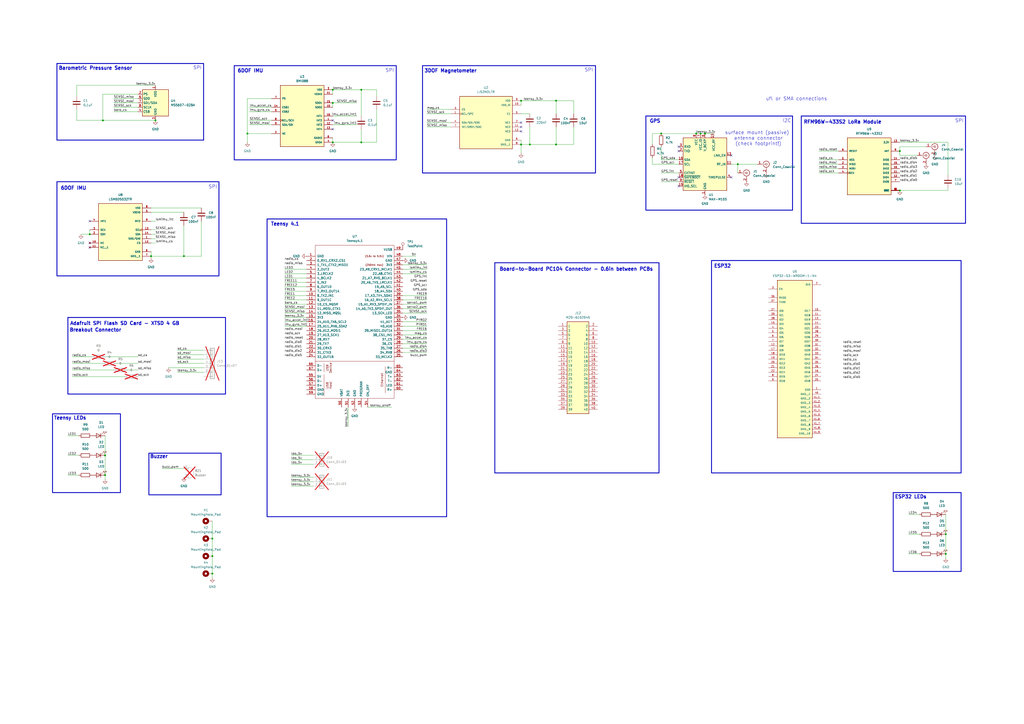
<source format=kicad_sch>
(kicad_sch (version 20231120) (generator "eeschema") (generator_version "8.0")
  (paper "A2")
  (junction (at 193.04 59.69))
  (junction (at 106.68 148.59))
  (junction (at 427.99 95.25))
  (junction (at 548.64 309.88))
  (junction (at 193.04 52.07))
  (junction (at 403.86 77.47))
  (junction (at 383.54 77.47))
  (junction (at 52.07 135.89))
  (junction (at 307.34 83.82))
  (junction (at 322.58 83.82))
  (junction (at 406.4 77.47))
  (junction (at 322.58 58.42))
  (junction (at 209.55 82.55))
  (junction (at 193.04 82.55))
  (junction (at 143.51 77.47))
  (junction (at 123.19 332.74))
  (junction (at 60.96 275.59))
  (junction (at 123.19 312.42))
  (junction (at 209.55 52.07))
  (junction (at 408.94 77.47))
  (junction (at 521.97 110.49))
  (junction (at 302.26 58.42))
  (junction (at 60.96 264.16))
  (junction (at 123.19 322.58))
  (junction (at 302.26 83.82))
  (junction (at 548.64 321.31))
  (junction (at 521.97 87.63))
  (junction (at 90.17 69.85))
  (junction (at 59.69 69.85))
  (junction (at 87.63 148.59))
  (no_connect (at 52.07 128.27))
  (no_connect (at 193.04 74.93))
  (no_connect (at 52.07 143.51))
  (no_connect (at 424.18 102.87))
  (no_connect (at 193.04 69.85))
  (no_connect (at 393.7 85.09))
  (no_connect (at 302.26 76.2))
  (no_connect (at 393.7 87.63))
  (no_connect (at 424.18 90.17))
  (no_connect (at 393.7 102.87))
  (no_connect (at 302.26 73.66))
  (no_connect (at 393.7 107.95))
  (no_connect (at 52.07 140.97))
  (no_connect (at 302.26 71.12))
  (wire (pts (xy 322.58 58.42) (xy 302.26 58.42)))
  (wire (pts (xy 427.99 95.25) (xy 427.99 100.33)))
  (wire (pts (xy 102.87 210.82) (xy 118.11 210.82)))
  (wire (pts (xy 165.1 176.53) (xy 177.8 176.53)))
  (wire (pts (xy 193.04 59.69) (xy 193.04 62.23)))
  (wire (pts (xy 168.91 276.86) (xy 181.61 276.86)))
  (wire (pts (xy 106.68 148.59) (xy 87.63 148.59)))
  (wire (pts (xy 233.68 156.21) (xy 247.65 156.21)))
  (wire (pts (xy 66.04 62.23) (xy 80.01 62.23)))
  (wire (pts (xy 165.1 166.37) (xy 177.8 166.37)))
  (wire (pts (xy 527.05 321.31) (xy 533.4 321.31)))
  (wire (pts (xy 233.68 173.99) (xy 247.65 173.99)))
  (wire (pts (xy 165.1 168.91) (xy 177.8 168.91)))
  (wire (pts (xy 93.98 271.78) (xy 106.68 271.78)))
  (wire (pts (xy 201.93 236.22) (xy 201.93 247.65)))
  (wire (pts (xy 521.97 82.55) (xy 549.91 82.55)))
  (wire (pts (xy 247.65 196.85) (xy 233.68 196.85)))
  (wire (pts (xy 521.97 87.63) (xy 521.97 90.17)))
  (wire (pts (xy 168.91 264.16) (xy 181.61 264.16)))
  (wire (pts (xy 233.68 176.53) (xy 247.65 176.53)))
  (wire (pts (xy 527.05 298.45) (xy 533.4 298.45)))
  (wire (pts (xy 41.91 210.82) (xy 59.69 210.82)))
  (wire (pts (xy 144.78 72.39) (xy 157.48 72.39)))
  (wire (pts (xy 193.04 80.01) (xy 193.04 82.55)))
  (wire (pts (xy 383.54 105.41) (xy 393.7 105.41)))
  (wire (pts (xy 233.68 186.69) (xy 247.65 186.69)))
  (wire (pts (xy 403.86 77.47) (xy 406.4 77.47)))
  (wire (pts (xy 59.69 54.61) (xy 59.69 69.85)))
  (wire (pts (xy 87.63 120.65) (xy 116.84 120.65)))
  (wire (pts (xy 165.1 163.83) (xy 177.8 163.83)))
  (wire (pts (xy 378.46 95.25) (xy 393.7 95.25)))
  (wire (pts (xy 233.68 171.45) (xy 247.65 171.45)))
  (wire (pts (xy 44.45 69.85) (xy 59.69 69.85)))
  (wire (pts (xy 474.98 92.71) (xy 486.41 92.71)))
  (wire (pts (xy 87.63 149.86) (xy 87.63 148.59)))
  (wire (pts (xy 44.45 49.53) (xy 90.17 49.53)))
  (wire (pts (xy 383.54 85.09) (xy 383.54 92.71)))
  (wire (pts (xy 39.37 252.73) (xy 45.72 252.73)))
  (wire (pts (xy 378.46 83.82) (xy 378.46 77.47)))
  (wire (pts (xy 193.04 52.07) (xy 209.55 52.07)))
  (wire (pts (xy 247.65 63.5) (xy 261.62 63.5)))
  (wire (pts (xy 474.98 95.25) (xy 486.41 95.25)))
  (wire (pts (xy 143.51 82.55) (xy 143.51 77.47)))
  (wire (pts (xy 207.01 59.69) (xy 193.04 59.69)))
  (wire (pts (xy 383.54 92.71) (xy 393.7 92.71)))
  (wire (pts (xy 44.45 69.85) (xy 44.45 63.5)))
  (wire (pts (xy 307.34 73.66) (xy 307.34 83.82)))
  (wire (pts (xy 549.91 109.22) (xy 549.91 110.49)))
  (wire (pts (xy 247.65 66.04) (xy 261.62 66.04)))
  (wire (pts (xy 247.65 73.66) (xy 261.62 73.66)))
  (wire (pts (xy 406.4 77.47) (xy 408.94 77.47)))
  (wire (pts (xy 168.91 266.7) (xy 181.61 266.7)))
  (wire (pts (xy 143.51 77.47) (xy 157.48 77.47)))
  (wire (pts (xy 378.46 77.47) (xy 383.54 77.47)))
  (wire (pts (xy 424.18 95.25) (xy 427.99 95.25)))
  (wire (pts (xy 144.78 69.85) (xy 157.48 69.85)))
  (wire (pts (xy 41.91 207.01) (xy 53.34 207.01)))
  (wire (pts (xy 168.91 269.24) (xy 181.61 269.24)))
  (wire (pts (xy 209.55 52.07) (xy 209.55 67.31)))
  (wire (pts (xy 165.1 161.29) (xy 177.8 161.29)))
  (wire (pts (xy 87.63 138.43) (xy 90.17 138.43)))
  (wire (pts (xy 39.37 264.16) (xy 45.72 264.16)))
  (wire (pts (xy 144.78 62.23) (xy 157.48 62.23)))
  (wire (pts (xy 218.44 82.55) (xy 209.55 82.55)))
  (wire (pts (xy 44.45 49.53) (xy 44.45 55.88)))
  (wire (pts (xy 143.51 57.15) (xy 143.51 77.47)))
  (wire (pts (xy 165.1 171.45) (xy 177.8 171.45)))
  (wire (pts (xy 213.36 236.22) (xy 227.33 236.22)))
  (wire (pts (xy 218.44 52.07) (xy 218.44 55.88)))
  (wire (pts (xy 87.63 128.27) (xy 90.17 128.27)))
  (wire (pts (xy 87.63 146.05) (xy 87.63 148.59)))
  (wire (pts (xy 60.96 207.01) (xy 80.01 207.01)))
  (wire (pts (xy 383.54 100.33) (xy 393.7 100.33)))
  (wire (pts (xy 307.34 83.82) (xy 302.26 83.82)))
  (wire (pts (xy 41.91 214.63) (xy 66.04 214.63)))
  (wire (pts (xy 52.07 133.35) (xy 52.07 135.89)))
  (wire (pts (xy 233.68 158.75) (xy 247.65 158.75)))
  (wire (pts (xy 233.68 191.77) (xy 247.65 191.77)))
  (wire (pts (xy 165.1 189.23) (xy 177.8 189.23)))
  (wire (pts (xy 302.26 66.04) (xy 307.34 66.04)))
  (wire (pts (xy 165.1 173.99) (xy 177.8 173.99)))
  (wire (pts (xy 87.63 123.19) (xy 106.68 123.19)))
  (wire (pts (xy 123.19 322.58) (xy 123.19 332.74)))
  (wire (pts (xy 233.68 153.67) (xy 247.65 153.67)))
  (wire (pts (xy 521.97 85.09) (xy 537.21 85.09)))
  (wire (pts (xy 102.87 203.2) (xy 118.11 203.2)))
  (wire (pts (xy 408.94 77.47) (xy 414.02 77.47)))
  (wire (pts (xy 106.68 130.81) (xy 106.68 148.59)))
  (wire (pts (xy 302.26 58.42) (xy 302.26 60.96)))
  (wire (pts (xy 548.64 309.88) (xy 548.64 321.31)))
  (wire (pts (xy 168.91 281.94) (xy 181.61 281.94)))
  (wire (pts (xy 548.64 298.45) (xy 548.64 309.88)))
  (wire (pts (xy 87.63 135.89) (xy 90.17 135.89)))
  (wire (pts (xy 302.26 83.82) (xy 302.26 88.9)))
  (wire (pts (xy 59.69 69.85) (xy 90.17 69.85)))
  (wire (pts (xy 87.63 140.97) (xy 90.17 140.97)))
  (wire (pts (xy 521.97 110.49) (xy 549.91 110.49)))
  (wire (pts (xy 332.74 58.42) (xy 322.58 58.42)))
  (wire (pts (xy 521.97 85.09) (xy 521.97 87.63)))
  (wire (pts (xy 165.1 186.69) (xy 177.8 186.69)))
  (wire (pts (xy 209.55 82.55) (xy 193.04 82.55)))
  (wire (pts (xy 123.19 335.28) (xy 123.19 332.74)))
  (wire (pts (xy 67.31 210.82) (xy 80.01 210.82)))
  (wire (pts (xy 123.19 312.42) (xy 123.19 322.58)))
  (wire (pts (xy 207.01 67.31) (xy 193.04 67.31)))
  (wire (pts (xy 60.96 264.16) (xy 60.96 275.59)))
  (wire (pts (xy 233.68 148.59) (xy 241.3 148.59)))
  (wire (pts (xy 165.1 179.07) (xy 177.8 179.07)))
  (wire (pts (xy 102.87 208.28) (xy 118.11 208.28)))
  (wire (pts (xy 521.97 90.17) (xy 532.13 90.17)))
  (wire (pts (xy 123.19 302.26) (xy 123.19 312.42)))
  (wire (pts (xy 165.1 158.75) (xy 177.8 158.75)))
  (wire (pts (xy 209.55 52.07) (xy 218.44 52.07)))
  (wire (pts (xy 165.1 181.61) (xy 177.8 181.61)))
  (wire (pts (xy 157.48 57.15) (xy 143.51 57.15)))
  (wire (pts (xy 383.54 77.47) (xy 403.86 77.47)))
  (wire (pts (xy 322.58 83.82) (xy 332.74 83.82)))
  (wire (pts (xy 207.01 72.39) (xy 193.04 72.39)))
  (wire (pts (xy 66.04 59.69) (xy 80.01 59.69)))
  (wire (pts (xy 322.58 73.66) (xy 322.58 83.82)))
  (wire (pts (xy 474.98 87.63) (xy 486.41 87.63)))
  (wire (pts (xy 307.34 83.82) (xy 322.58 83.82)))
  (wire (pts (xy 165.1 184.15) (xy 177.8 184.15)))
  (wire (pts (xy 41.91 218.44) (xy 72.39 218.44)))
  (wire (pts (xy 233.68 204.47) (xy 247.65 204.47)))
  (wire (pts (xy 193.04 52.07) (xy 193.04 54.61)))
  (wire (pts (xy 46.99 135.89) (xy 52.07 135.89)))
  (wire (pts (xy 87.63 133.35) (xy 90.17 133.35)))
  (wire (pts (xy 549.91 82.55) (xy 549.91 101.6)))
  (wire (pts (xy 168.91 279.4) (xy 181.61 279.4)))
  (wire (pts (xy 332.74 73.66) (xy 332.74 83.82)))
  (wire (pts (xy 233.68 189.23) (xy 247.65 189.23)))
  (wire (pts (xy 322.58 58.42) (xy 322.58 66.04)))
  (wire (pts (xy 527.05 309.88) (xy 533.4 309.88)))
  (wire (pts (xy 66.04 64.77) (xy 80.01 64.77)))
  (wire (pts (xy 102.87 205.74) (xy 118.11 205.74)))
  (wire (pts (xy 474.98 100.33) (xy 486.41 100.33)))
  (wire (pts (xy 66.04 57.15) (xy 80.01 57.15)))
  (wire (pts (xy 474.98 97.79) (xy 486.41 97.79)))
  (wire (pts (xy 97.79 213.36) (xy 118.11 213.36)))
  (wire (pts (xy 218.44 63.5) (xy 218.44 82.55)))
  (wire (pts (xy 378.46 91.44) (xy 378.46 95.25)))
  (wire (pts (xy 80.01 54.61) (xy 59.69 54.61)))
  (wire (pts (xy 165.1 156.21) (xy 177.8 156.21)))
  (wire (pts (xy 247.65 71.12) (xy 261.62 71.12)))
  (wire (pts (xy 60.96 275.59) (xy 60.96 278.13)))
  (wire (pts (xy 247.65 199.39) (xy 233.68 199.39)))
  (wire (pts (xy 427.99 95.25) (xy 439.42 95.25)))
  (wire (pts (xy 144.78 64.77) (xy 157.48 64.77)))
  (wire (pts (xy 73.66 214.63) (xy 80.01 214.63)))
  (wire (pts (xy 302.26 81.28) (xy 302.26 83.82)))
  (wire (pts (xy 247.65 181.61) (xy 233.68 181.61)))
  (wire (pts (xy 116.84 148.59) (xy 106.68 148.59)))
  (wire (pts (xy 209.55 74.93) (xy 209.55 82.55)))
  (wire (pts (xy 233.68 194.31) (xy 247.65 194.31)))
  (wire (pts (xy 39.37 275.59) (xy 45.72 275.59)))
  (wire (pts (xy 548.64 321.31) (xy 548.64 323.85)))
  (wire (pts (xy 233.68 179.07) (xy 247.65 179.07)))
  (wire (pts (xy 102.87 215.9) (xy 118.11 215.9)))
  (wire (pts (xy 60.96 252.73) (xy 60.96 264.16)))
  (wire (pts (xy 233.68 201.93) (xy 247.65 201.93)))
  (wire (pts (xy 332.74 58.42) (xy 332.74 66.04)))
  (wire (pts (xy 116.84 128.27) (xy 116.84 148.59)))
  (rectangle (start 154.94 127) (end 259.08 299.72) (stroke (width 0.5)))
  (rectangle (start 412.75 151.13) (end 557.53 274.32) (stroke (width 0.5)))
  (rectangle (start 135.89 38.1) (end 229.87 92.71) (stroke (width 0.5)))
  (rectangle (start 30.48 240.03) (end 69.85 285.75) (stroke (width 0.5)))
  (rectangle (start 464.82 67.31) (end 560.07 129.54) (stroke (width 0.5)))
  (rectangle (start 33.02 105.41) (end 127 160.02) (stroke (width 0.5)))
  (rectangle (start 39.37 184.15) (end 130.81 228.6) (stroke (width 0.5)))
  (rectangle (start 287.02 152.4) (end 382.27 274.32) (stroke (width 0.5)))
  (rectangle (start 86.36 262.89) (end 128.27 287.02) (stroke (width 0.5)))
  (rectangle (start 33.02 36.83) (end 118.11 81.28) (stroke (width 0.5)))
  (rectangle (start 245.11 38.1) (end 345.44 100.33) (stroke (width 0.5)))
  (rectangle (start 518.16 285.75) (end 557.53 331.47) (stroke (width 0.5)))
  (rectangle (start 374.65 67.31) (end 459.74 121.92) (stroke (width 0.5)))
  (text "Board-to-Board PC104 Connector - 0.6in between PCBs" (at 334.264 156.21 0) (effects (font (size 2 2) (thickness 0.4) (bold yes))))
  (text "SPI" (at 341.63 40.64 0) (effects (font (size 2 2))))
  (text "SPI" (at 556.514 70.104 0) (effects (font (size 2 2))))
  (text "ESP32 LEDs" (at 528.32 288.29 0) (effects (font (size 2 2) (thickness 0.4) (bold yes))))
  (text "SPI" (at 123.444 108.458 0) (effects (font (size 2 2))))
  (text "Breakout Connector" (at 55.372 191.516 0) (effects (font (size 2 2) (thickness 0.4) (bold yes))))
  (text "I2C" (at 456.438 70.104 0) (effects (font (size 2 2))))
  (text "6DOF IMU" (at 145.288 41.148 0) (effects (font (size 2 2) (thickness 0.4) (bold yes))))
  (text "Adafruit SPI Flash SD Card - XTSD 4 GB" (at 72.39 187.706 0) (effects (font (size 2 2) (thickness 0.4) (bold yes))))
  (text "3DOF Magnetometer\n" (at 261.366 41.148 0) (effects (font (size 2 2) (thickness 0.4) (bold yes))))
  (text "surface mount (passive) \nantenna connector\n(check footprint!)\n" (at 439.928 80.264 0) (effects (font (size 2 2))))
  (text "Barometric Pressure Sensor\n" (at 55.372 39.624 0) (effects (font (size 2 2) (thickness 0.4) (bold yes))))
  (text "RFM96W-433S2 LoRa Module" (at 466.09 70.866 0) (effects (font (size 2 2) (thickness 0.4) (bold yes)) (justify left)))
  (text "GPS" (at 379.984 70.358 0) (effects (font (size 2 2) (thickness 0.4) (bold yes))))
  (text "ESP32" (at 419.1 154.432 0) (effects (font (size 2 2) (thickness 0.4) (bold yes))))
  (text "SPI" (at 226.06 40.894 0) (effects (font (size 2 2))))
  (text "6DOF IMU" (at 42.672 109.22 0) (effects (font (size 2 2) (thickness 0.4) (bold yes))))
  (text "SPI" (at 114.554 39.37 0) (effects (font (size 2 2))))
  (text "Teensy 4.1" (at 165.354 130.048 0) (effects (font (size 2 2) (thickness 0.4) (bold yes))))
  (text "Buzzer" (at 92.202 264.922 0) (effects (font (size 2 2) (thickness 0.4) (bold yes))))
  (text "ufl or SMA connections" (at 462.026 57.404 0) (effects (font (size 2 2))))
  (text "Teensy LEDs" (at 40.64 242.57 0) (effects (font (size 2 2) (thickness 0.4) (bold yes))))
  (label "SENSE_mosi" (at 247.65 71.12 0))
  (label "radio_dio0" (at 521.97 105.41 0))
  (label "imu_accel_cs" (at 247.65 196.85 180))
  (label "GPS_int" (at 247.65 161.29 180))
  (label "SENSE_miso" (at 90.17 138.43 0))
  (label "radio_cs" (at 488.95 209.55 0))
  (label "FREE10" (at 247.65 173.99 180))
  (label "sd_miso" (at 102.87 208.28 0))
  (label "teensy_3.3v" (at 314.96 58.42 180))
  (label "imu_accel_cs" (at 144.78 62.23 0))
  (label "LED1" (at 165.1 161.29 0))
  (label "mag_cs" (at 247.65 63.5 0))
  (label "ldo_5v" (at 168.91 266.7 0))
  (label "GPS_sda" (at 383.54 92.71 0))
  (label "radio_dio1" (at 165.1 201.93 0))
  (label "teensy_3.3v" (at 165.1 184.15 0))
  (label "radio_mosi" (at 488.95 204.47 0))
  (label "LED4" (at 527.05 298.45 0))
  (label "imu_accel_int1" (at 165.1 186.69 0))
  (label "sd_cs" (at 80.01 207.01 0))
  (label "radio_miso" (at 488.95 201.93 0))
  (label "LED2" (at 39.37 264.16 0))
  (label "radio_dio3" (at 521.97 97.79 0))
  (label "SENSE_miso" (at 207.01 59.69 180))
  (label "GPS_reset" (at 247.65 163.83 180))
  (label "SENSE_mosi" (at 90.17 135.89 0))
  (label "radio_dio1" (at 521.97 102.87 0))
  (label "SENSE_sck" (at 247.65 181.61 180))
  (label "sd_sck" (at 102.87 210.82 0))
  (label "imu_gyro_int1" (at 207.01 72.39 180))
  (label "GPS_scl" (at 383.54 95.25 0))
  (label "5V" (at 241.3 148.59 180))
  (label "radio_reset" (at 488.95 199.39 0))
  (label "LED1" (at 39.37 252.73 0))
  (label "LED2" (at 165.1 158.75 0))
  (label "radio_cs" (at 41.91 207.01 0))
  (label "sd_mosi" (at 80.01 210.82 0))
  (label "ldo_5v" (at 168.91 269.24 0))
  (label "SENSE_miso" (at 247.65 73.66 0))
  (label "FREE9" (at 247.65 171.45 180))
  (label "teensy_3.3v" (at 403.86 77.47 0))
  (label "radio_cs" (at 165.1 151.13 0))
  (label "SENSE_sck" (at 144.78 69.85 0))
  (label "teensy_3.3v" (at 90.17 49.53 180))
  (label "sd_mosi" (at 102.87 205.74 0))
  (label "radio_reset" (at 165.1 196.85 0))
  (label "FREE12" (at 165.1 166.37 0))
  (label "SENSE_sck" (at 66.04 62.23 0))
  (label "teensy_3.3v" (at 247.65 153.67 180))
  (label "radio_dio2" (at 165.1 204.47 0))
  (label "radio_dio4" (at 247.65 201.93 180))
  (label "radio_sck" (at 488.95 207.01 0))
  (label "teensy_3.3v" (at 168.91 281.94 0))
  (label "lsmimu_int" (at 237.49 156.21 0))
  (label "teensy_3.3v" (at 521.97 82.55 0))
  (label "radio_cs" (at 474.98 92.71 0))
  (label "SENSE_mosi" (at 144.78 72.39 0))
  (label "radio_dio0" (at 165.1 199.39 0))
  (label "sd_sck" (at 80.01 218.44 0))
  (label "LED3" (at 39.37 275.59 0))
  (label "radio_dio5" (at 165.1 207.01 0))
  (label "LED3" (at 165.1 156.21 0))
  (label "imu_gyro_int1" (at 165.1 189.23 0))
  (label "FREE1" (at 165.1 171.45 0))
  (label "lsmimu_cs" (at 90.17 140.97 0))
  (label "teensy_3.3v" (at 201.93 247.65 90))
  (label "lsmimu_int" (at 90.17 128.27 0))
  (label "PYRO2" (at 247.65 186.69 180))
  (label "SENSE_mosi" (at 165.1 179.07 0))
  (label "GPS_sda" (at 247.65 168.91 180))
  (label "radio_reset" (at 474.98 87.63 0))
  (label "radio_miso" (at 165.1 153.67 0))
  (label "buzz_pwm" (at 93.98 271.78 0))
  (label "radio_mosi" (at 474.98 95.25 0))
  (label "SENSE_sck" (at 90.17 133.35 0))
  (label "radio_dio5" (at 521.97 92.71 0))
  (label "radio_dio5" (at 488.95 219.71 0))
  (label "baro_cs" (at 66.04 64.77 0))
  (label "radio_miso" (at 41.91 214.63 0))
  (label "lsmimu_cs" (at 237.49 158.75 0))
  (label "GPS_reset" (at 383.54 105.41 0))
  (label "ldo_5v" (at 168.91 264.16 0))
  (label "radio_sck" (at 474.98 100.33 0))
  (label "PYRO1" (at 247.65 189.23 180))
  (label "LED5" (at 527.05 309.88 0))
  (label "teensy_3.3v" (at 168.91 279.4 0))
  (label "SENSE_sck" (at 247.65 66.04 0))
  (label "teensy_3.3v" (at 168.91 276.86 0))
  (label "FREE6" (at 247.65 191.77 180))
  (label "SENSE_mosi" (at 66.04 59.69 0))
  (label "radio_mosi" (at 41.91 210.82 0))
  (label "radio_dio4" (at 521.97 95.25 0))
  (label "FREE11" (at 165.1 163.83 0))
  (label "servo1_pwm" (at 247.65 176.53 180))
  (label "radio_dio2" (at 521.97 100.33 0))
  (label "teensy_onoff" (at 214.63 236.22 0))
  (label "LED6" (at 527.05 321.31 0))
  (label "sd_miso" (at 80.01 214.63 0))
  (label "FREE2" (at 165.1 173.99 0))
  (label "radio_dio2" (at 488.95 217.17 0))
  (label "teensy_3.3v" (at 102.87 215.9 0))
  (label "GPS_scl" (at 247.65 166.37 180))
  (label "sd_cs" (at 102.87 203.2 0))
  (label "radio_dio1" (at 488.95 214.63 0))
  (label "servo2_pwm" (at 247.65 179.07 180))
  (label "radio_miso" (at 474.98 97.79 0))
  (label "radio_sck" (at 41.91 218.44 0))
  (label "imu_gyro_cs" (at 144.78 64.77 0))
  (label "radio_dio0" (at 488.95 212.09 0))
  (label "baro_cs" (at 165.1 176.53 0))
  (label "buzz_pwm" (at 247.65 207.01 180))
  (label "FREE5" (at 165.1 168.91 0))
  (label "GPS_int" (at 383.54 100.33 0))
  (label "mag_cs" (at 247.65 194.31 180))
  (label "SENSE_miso" (at 165.1 181.61 0))
  (label "imu_accel_int1" (at 207.01 67.31 180))
  (label "radio_dio3" (at 247.65 204.47 180))
  (label "teensy_3.3v" (at 193.04 52.07 0))
  (label "imu_gyro_cs" (at 247.65 199.39 180))
  (label "radio_mosi" (at 165.1 191.77 0))
  (label "radio_sck" (at 165.1 194.31 0))
  (label "SENSE_miso" (at 66.04 57.15 0))
  (symbol (lib_id "HPRsymbols:LSM6DSO32TR") (at 69.85 133.35 0) (unit 1)
    (property "Reference" "U8" (at 69.85 113.03 0))
    (property "Value" "LSM6DSO32TR" (at 69.85 115.57 0))
    (property "Footprint" "HPRfootprints:XDCR_LSM6DSO32TR" (effects (hide yes)))
    (property "PARTREV" "1" (effects (hide yes)))
    (property "STANDARD" "Manufacturer Recommendations" (effects (hide yes)))
    (property "MAXIMUM_PACKAGE_HEIGHT" "0.86mm" (effects (hide yes)))
    (property "MANUFACTURER" "STMicroelectronics" (effects (hide yes)))
  )
  (symbol (lib_id "Device:LED") (at 544.83 309.88 180) (unit 1)
    (property "Reference" "D5" (at 546.4175 302.26 0))
    (property "Value" "LED" (at 546.4175 304.8 0))
    (property "Footprint" "LED_SMD:LED_0603_1608Metric_Pad1.05x0.95mm_HandSolder" (effects (hide yes)))
    (property "Description" "Light emitting diode" (effects (hide yes)))
  )
  (symbol (lib_id "HPRsymbols:Teensy4.1") (at 205.74 203.2 0) (unit 1)
    (property "Reference" "U7" (at 205.74 137.16 0))
    (property "Value" "Teensy4.1" (at 205.74 139.7 0))
    (property "Footprint" "HPRfootprints:Teensy41" (effects (hide yes)))
  )
  (symbol (lib_id "power:GND") (at 193.04 82.55 0) (unit 1)
    (property "Reference" "#PWR04" (effects (hide yes)))
    (property "Value" "GND" (at 193.04 87.63 0))
    (property "Description" "Power symbol creates a global label with name \"GND\" , ground" (effects (hide yes)))
  )
  (symbol (lib_id "Device:C") (at 116.84 124.46 0) (unit 1)
    (property "Reference" "C8" (at 122.428 123.444 0))
    (property "Value" "100nF" (at 122.428 125.984 0))
    (property "Footprint" "Capacitor_SMD:C_0402_1005Metric_Pad0.74x0.62mm_HandSolder" (effects (hide yes)))
    (property "Description" "Unpolarized capacitor, ceramic" (effects (hide yes)))
  )
  (symbol (lib_id "power:GND") (at 548.64 323.85 0) (unit 1)
    (property "Reference" "#PWR019" (effects (hide yes)))
    (property "Value" "GND" (at 548.64 328.93 0))
    (property "Description" "Power symbol creates a global label with name \"GND\" , ground" (effects (hide yes)))
  )
  (symbol (lib_id "Mechanical:MountingHole_Pad") (at 120.65 302.26 90) (unit 1) (exclude_from_sim yes) (in_bom no)
    (property "Reference" "H1" (at 119.38 295.91 90))
    (property "Value" "MountingHole_Pad" (at 119.38 298.45 90))
    (property "Footprint" "MountingHole:MountingHole_2.2mm_M2_DIN965_Pad" (effects (hide yes)))
    (property "Description" "Mounting Hole with connection" (effects (hide yes)))
  )
  (symbol (lib_id "Device:LED") (at 57.15 275.59 180) (unit 1)
    (property "Reference" "D3" (at 58.7375 267.97 0))
    (property "Value" "LED" (at 58.7375 270.51 0))
    (property "Footprint" "LED_SMD:LED_0603_1608Metric_Pad1.05x0.95mm_HandSolder" (effects (hide yes)))
    (property "Description" "Light emitting diode" (effects (hide yes)))
  )
  (symbol (lib_id "HPRsymbols:RFM96W-433S2") (at 504.19 95.25 0) (unit 1)
    (property "Reference" "U9" (at 504.19 74.93 0))
    (property "Value" "RFM96W-433S2" (at 504.19 77.47 0))
    (property "Footprint" "HPRfootprints:MODULE_RFM96W-433S2" (effects (hide yes)))
    (property "MF" "Hope Microelectronics" (effects (hide yes)))
    (property "MAXIMUM_PACKAGE_HEIGHT" "1.8mm" (effects (hide yes)))
    (property "Package" "None" (effects (hide yes)))
    (property "Price" "None" (effects (hide yes)))
    (property "Check_prices" "https://www.snapeda.com/parts/RFM96W-433S2/HOPE+Microelectronics/view-part/?ref=eda" (effects (hide yes)))
    (property "STANDARD" "Manufacturer Recommendations" (effects (hide yes)))
    (property "PARTREV" "2.0" (effects (hide yes)))
    (property "SnapEDA_Link" "https://www.snapeda.com/parts/RFM96W-433S2/HOPE+Microelectronics/view-part/?ref=snap" (effects (hide yes)))
    (property "MP" "RFM96W-433S2" (effects (hide yes)))
    (property "Description_1" "\n                        \n                            Module: RF; FM transceiver; FSK, GFSK, GMSK, LoRa, MSK, OOK; GPIO, SPI\n                        \n" (effects (hide yes)))
    (property "Availability" "Not in stock" (effects (hide yes)))
    (property "MANUFACTURER" "Hope Microelectronics" (effects (hide yes)))
  )
  (symbol (lib_id "power:GND") (at 106.68 276.86 0) (unit 1)
    (property "Reference" "#PWR027" (effects (hide yes)))
    (property "Value" "GND" (at 106.68 281.94 0))
    (property "Description" "Power symbol creates a global label with name \"GND\" , ground" (effects (hide yes)))
  )
  (symbol (lib_id "Device:LED") (at 57.15 252.73 180) (unit 1)
    (property "Reference" "D1" (at 58.7375 245.11 0))
    (property "Value" "LED" (at 58.7375 247.65 0))
    (property "Footprint" "LED_SMD:LED_0603_1608Metric_Pad1.05x0.95mm_HandSolder" (effects (hide yes)))
    (property "Description" "Light emitting diode" (effects (hide yes)))
  )
  (symbol (lib_id "Connector_Generic:Conn_01x07") (at 123.19 210.82 0) (unit 1) (dnp yes)
    (property "Reference" "J13" (at 125.73 209.5499 0) (effects (justify left)))
    (property "Value" "Conn_01x07" (at 125.73 212.0899 0) (effects (justify left)))
    (property "Footprint" "Connector_Molex:Molex_SL_171971-0007_1x07_P2.54mm_Vertical" (effects (hide yes)))
    (property "Description" "Generic connector, single row, 01x07, script generated (kicad-library-utils/schlib/autogen/connector/)" (effects (hide yes)))
  )
  (symbol (lib_id "power:GND") (at 521.97 110.49 0) (unit 1)
    (property "Reference" "#PWR011" (effects (hide yes)))
    (property "Value" "GND" (at 521.97 115.57 0))
    (property "Description" "Power symbol creates a global label with name \"GND\" , ground" (effects (hide yes)))
  )
  (symbol (lib_id "Device:C") (at 332.74 69.85 0) (unit 1)
    (property "Reference" "C6" (at 338.328 68.834 0))
    (property "Value" "10uF" (at 338.328 71.374 0))
    (property "Footprint" "Capacitor_SMD:C_0402_1005Metric_Pad0.74x0.62mm_HandSolder" (effects (hide yes)))
    (property "Description" "Unpolarized capacitor, aluminum" (effects (hide yes)))
  )
  (symbol (lib_id "Connector:Conn_Coaxial") (at 542.29 85.09 0) (unit 1)
    (property "Reference" "J4" (at 546.1 84.1131 0) (effects (justify left)))
    (property "Value" "Conn_Coaxial" (at 546.1 86.6531 0) (effects (justify left)))
    (property "Footprint" "Connector_Coaxial:SMA_Amphenol_132134-10_Vertical" (effects (hide yes)))
    (property "Description" "CONN SMA JACK STR 50 OHM PCB" (effects (hide yes)))
    (property "MPN" "132134" (effects (hide yes)))
    (property "Manufacturer" "Amphenol RF" (effects (hide yes)))
    (property "Package" "THT" (effects (hide yes)))
  )
  (symbol (lib_id "Device:C") (at 218.44 59.69 0) (unit 1)
    (property "Reference" "C5" (at 222.25 58.4199 0) (effects (justify left)))
    (property "Value" "0.1uF" (at 222.25 60.9599 0) (effects (justify left)))
    (property "Footprint" "Capacitor_SMD:C_0402_1005Metric_Pad0.74x0.62mm_HandSolder" (effects (hide yes)))
    (property "Description" "Unpolarized capacitor" (effects (hide yes)))
  )
  (symbol (lib_id "power:GND") (at 90.17 69.85 0) (unit 1)
    (property "Reference" "#PWR03" (effects (hide yes)))
    (property "Value" "GND" (at 90.17 74.93 0))
    (property "Description" "Power symbol creates a global label with name \"GND\" , ground" (effects (hide yes)))
  )
  (symbol (lib_id "Device:C") (at 106.68 127 0) (unit 1)
    (property "Reference" "C7" (at 112.268 125.984 0))
    (property "Value" "100nF" (at 112.268 128.524 0))
    (property "Footprint" "Capacitor_SMD:C_0402_1005Metric_Pad0.74x0.62mm_HandSolder" (effects (hide yes)))
    (property "Description" "Unpolarized capacitor, ceramic" (effects (hide yes)))
  )
  (symbol (lib_id "power:GND") (at 537.21 95.25 0) (unit 1)
    (property "Reference" "#PWR013" (effects (hide yes)))
    (property "Value" "GND" (at 537.21 100.33 0))
    (property "Description" "Power symbol creates a global label with name \"GND\" , ground" (effects (hide yes)))
  )
  (symbol (lib_id "HPRsymbols:BMI088") (at 175.26 67.31 0) (unit 1)
    (property "Reference" "U3" (at 175.26 44.45 0))
    (property "Value" "BMI088" (at 175.26 46.99 0))
    (property "Footprint" "HPRfootprints:PQFN50P450X300X100-16N" (effects (hide yes)))
    (property "Description" "Accelerometer, Gyroscope, 6 Axis Sensor I²C, SPI Output" (effects (hide yes)))
    (property "Manufacturer" "Bosch Sensortec" (effects (hide yes)))
    (property "Package" "16-VFLGA Module" (effects (hide yes)))
    (property "MPN" "BMI088" (effects (hide yes)))
  )
  (symbol (lib_id "Device:Buzzer") (at 109.22 274.32 0) (unit 1) (dnp yes)
    (property "Reference" "BZ1" (at 113.03 273.0499 0) (effects (justify left)))
    (property "Value" "Buzzer" (at 113.03 275.5899 0) (effects (justify left)))
    (property "Footprint" "Buzzer_Beeper:MagneticBuzzer_PUI_AT-0927-TT-6-R" (effects (hide yes)))
    (property "Description" "Buzzer, polarized" (effects (hide yes)))
    (property "MPN" "AT-0927-TT-6-R" (effects (hide yes)))
    (property "Package" "THT" (effects (hide yes)))
    (property "Manufacturer" "PUI Audio" (effects (hide yes)))
  )
  (symbol (lib_id "Device:LED") (at 544.83 298.45 180) (unit 1)
    (property "Reference" "D4" (at 546.4175 290.83 0))
    (property "Value" "LED" (at 546.4175 293.37 0))
    (property "Footprint" "LED_SMD:LED_0603_1608Metric_Pad1.05x0.95mm_HandSolder" (effects (hide yes)))
    (property "Description" "Light emitting diode" (effects (hide yes)))
  )
  (symbol (lib_id "power:GND") (at 302.26 88.9 0) (unit 1)
    (property "Reference" "#PWR05" (effects (hide yes)))
    (property "Value" "GND" (at 302.26 93.98 0))
    (property "Description" "Power symbol creates a global label with name \"GND\" , ground" (effects (hide yes)))
  )
  (symbol (lib_id "Connector:Conn_Coaxial") (at 537.21 90.17 0) (unit 1)
    (property "Reference" "J3" (at 541.02 89.1931 0) (effects (justify left)))
    (property "Value" "Conn_Coaxial" (at 541.02 91.7331 0) (effects (justify left)))
    (property "Footprint" "Connector_Coaxial:U.FL_Hirose_U.FL-R-SMT-1_Vertical" (effects (hide yes)))
    (property "Description" "coaxial connector (BNC, SMA, SMB, SMC, Cinch/RCA, LEMO, ...)" (effects (hide yes)))
  )
  (symbol (lib_id "Device:R") (at 378.46 87.63 0) (unit 1)
    (property "Reference" "R1" (at 381 86.3599 0) (effects (justify left)))
    (property "Value" "4.7k" (at 381 88.8999 0) (effects (justify left)))
    (property "Footprint" "Resistor_SMD:R_0603_1608Metric_Pad0.98x0.95mm_HandSolder" (effects (hide yes)))
    (property "Description" "Resistor" (effects (hide yes)))
  )
  (symbol (lib_id "Device:R") (at 63.5 210.82 90) (unit 1) (dnp yes)
    (property "Reference" "R4" (at 63.5 204.47 90))
    (property "Value" "0" (at 63.5 207.01 90))
    (property "Footprint" "Resistor_SMD:R_0603_1608Metric_Pad0.98x0.95mm_HandSolder" (effects (hide yes)))
    (property "Description" "Resistor" (effects (hide yes)))
  )
  (symbol (lib_id "power:GND") (at 233.68 151.13 90) (unit 1)
    (property "Reference" "#PWR017" (effects (hide yes)))
    (property "Value" "GND" (at 237.49 151.1299 90) (effects (justify right)))
    (property "Description" "Power symbol creates a global label with name \"GND\" , ground" (effects (hide yes)))
  )
  (symbol (lib_id "power:GND") (at 408.94 113.03 0) (unit 1)
    (property "Reference" "#PWR02" (effects (hide yes)))
    (property "Value" "GND" (at 408.94 118.11 0))
    (property "Description" "Power symbol creates a global label with name \"GND\" , ground" (effects (hide yes)))
  )
  (symbol (lib_id "Connector_Generic:Conn_01x03") (at 186.69 279.4 0) (unit 1) (dnp yes)
    (property "Reference" "J11" (at 189.23 278.1299 0) (effects (justify left)))
    (property "Value" "Conn_01x03" (at 189.23 280.6699 0) (effects (justify left)))
    (property "Footprint" "Connector_PinHeader_2.54mm:PinHeader_1x03_P2.54mm_Vertical" (effects (hide yes)))
    (property "Description" "Generic connector, single row, 01x03, script generated (kicad-library-utils/schlib/autogen/connector/)" (effects (hide yes)))
  )
  (symbol (lib_id "HPRsymbols:LIS2MDLTR") (at 281.94 68.58 0) (unit 1)
    (property "Reference" "U2" (at 281.94 50.8 0))
    (property "Value" "LIS2MDLTR" (at 281.94 53.34 0))
    (property "Footprint" "HPRfootprints:PQFN50P200X200X70-12N" (effects (hide yes)))
    (property "PARTREV" "Rev 5" (effects (hide yes)))
    (property "MANUFACTURER" "STMicroelectronics" (effects (hide yes)))
    (property "MAXIMUM_PACKAGE_HEIGHT" "0.7 mm" (effects (hide yes)))
    (property "STANDARD" "IPC 7351B" (effects (hide yes)))
  )
  (symbol (lib_id "Mechanical:MountingHole_Pad") (at 120.65 322.58 90) (unit 1) (exclude_from_sim yes) (in_bom no)
    (property "Reference" "H3" (at 119.38 316.23 90))
    (property "Value" "MountingHole_Pad" (at 119.38 318.77 90))
    (property "Footprint" "MountingHole:MountingHole_2.2mm_M2_DIN965_Pad" (effects (hide yes)))
    (property "Description" "Mounting Hole with connection" (effects (hide yes)))
  )
  (symbol (lib_id "Device:R") (at 69.85 214.63 90) (unit 1) (dnp yes)
    (property "Reference" "R5" (at 69.85 208.28 90))
    (property "Value" "0" (at 69.85 210.82 90))
    (property "Footprint" "Resistor_SMD:R_0603_1608Metric_Pad0.98x0.95mm_HandSolder" (effects (hide yes)))
    (property "Description" "Resistor" (effects (hide yes)))
  )
  (symbol (lib_id "Device:LED") (at 544.83 321.31 180) (unit 1)
    (property "Reference" "D6" (at 546.4175 313.69 0))
    (property "Value" "LED" (at 546.4175 316.23 0))
    (property "Footprint" "LED_SMD:LED_0603_1608Metric_Pad1.05x0.95mm_HandSolder" (effects (hide yes)))
    (property "Description" "Light emitting diode" (effects (hide yes)))
  )
  (symbol (lib_id "Device:C") (at 307.34 69.85 0) (unit 1)
    (property "Reference" "C2" (at 311.15 68.5799 0) (effects (justify left)))
    (property "Value" "220nF" (at 311.15 71.1199 0) (effects (justify left)))
    (property "Footprint" "Capacitor_SMD:C_0402_1005Metric_Pad0.74x0.62mm_HandSolder" (effects (hide yes)))
    (property "Description" "Unpolarized capacitor" (effects (hide yes)))
  )
  (symbol (lib_id "Mechanical:MountingHole_Pad") (at 120.65 312.42 90) (unit 1) (exclude_from_sim yes) (in_bom no)
    (property "Reference" "H2" (at 119.38 306.07 90))
    (property "Value" "MountingHole_Pad" (at 119.38 308.61 90))
    (property "Footprint" "MountingHole:MountingHole_2.2mm_M2_DIN965_Pad" (effects (hide yes)))
    (property "Description" "Mounting Hole with connection" (effects (hide yes)))
  )
  (symbol (lib_id "Connector_Generic:Conn_01x03") (at 186.69 266.7 0) (unit 1) (dnp yes)
    (property "Reference" "J10" (at 189.23 265.4299 0) (effects (justify left)))
    (property "Value" "Conn_01x03" (at 189.23 267.9699 0) (effects (justify left)))
    (property "Footprint" "Connector_PinHeader_2.54mm:PinHeader_1x03_P2.54mm_Vertical" (effects (hide yes)))
    (property "Description" "Generic connector, single row, 01x03, script generated (kicad-library-utils/schlib/autogen/connector/)" (effects (hide yes)))
  )
  (symbol (lib_id "Device:C") (at 549.91 105.41 0) (unit 1)
    (property "Reference" "C10" (at 553.72 104.1399 0) (effects (justify left)))
    (property "Value" "10uF" (at 553.72 106.6799 0) (effects (justify left)))
    (property "Footprint" "Capacitor_SMD:C_0603_1608Metric_Pad1.08x0.95mm_HandSolder" (effects (hide yes)))
    (property "Description" "Unpolarized capacitor" (effects (hide yes)))
  )
  (symbol (lib_id "power:GND") (at 233.68 184.15 90) (unit 1)
    (property "Reference" "#PWR018" (effects (hide yes)))
    (property "Value" "GND" (at 237.49 184.1499 90) (effects (justify right)))
    (property "Description" "Power symbol creates a global label with name \"GND\" , ground" (effects (hide yes)))
  )
  (symbol (lib_id "power:GND") (at 87.63 149.86 0) (unit 1)
    (property "Reference" "#PWR08" (effects (hide yes)))
    (property "Value" "GND" (at 87.63 154.94 0))
    (property "Description" "Power symbol creates a global label with name \"GND\" , ground" (effects (hide yes)))
  )
  (symbol (lib_id "Connector:Conn_Coaxial") (at 444.5 95.25 0) (unit 1)
    (property "Reference" "J2" (at 448.31 94.2731 0) (effects (justify left)))
    (property "Value" "Conn_Coaxial" (at 448.31 96.8131 0) (effects (justify left)))
    (property "Footprint" "Connector_Coaxial:SMA_Amphenol_132134-10_Vertical" (effects (hide yes)))
    (property "Description" "CONN SMA JACK STR 50 OHM PCB" (effects (hide yes)))
    (property "MPN" "132134" (effects (hide yes)))
    (property "Manufacturer" "Amphenol RF" (effects (hide yes)))
    (property "Package" "THT" (effects (hide yes)))
  )
  (symbol (lib_id "RF_GPS:MAX-M10S") (at 408.94 95.25 0) (unit 1)
    (property "Reference" "U1" (at 411.1341 113.03 0) (effects (justify left)))
    (property "Value" "MAX-M10S" (at 411.1341 115.57 0) (effects (justify left)))
    (property "Footprint" "RF_GPS:ublox_MAX" (effects (hide yes)))
    (property "Datasheet" "https://content.u-blox.com/sites/default/files/MAX-M10S_DataSheet_UBX-20035208.pdf" (effects (hide yes)))
    (property "Description" "GNSS Module MAX M10, VCC 1.65V to 3.6V" (effects (hide yes)))
    (property "Manufacturer" "u-blox" (effects (hide yes)))
    (property "MPN" "MAX-M10S-00B" (effects (hide yes)))
    (property "Package" "18-SMD Module" (effects (hide yes)))
  )
  (symbol (lib_id "Device:R") (at 57.15 207.01 90) (unit 1) (dnp yes)
    (property "Reference" "R3" (at 57.15 200.66 90))
    (property "Value" "0" (at 57.15 203.2 90))
    (property "Footprint" "Resistor_SMD:R_0603_1608Metric_Pad0.98x0.95mm_HandSolder" (effects (hide yes)))
    (property "Description" "Resistor" (effects (hide yes)))
  )
  (symbol (lib_id "Device:R") (at 537.21 298.45 90) (unit 1)
    (property "Reference" "R8" (at 537.21 292.1 90))
    (property "Value" "500" (at 537.21 294.64 90))
    (property "Footprint" "Resistor_SMD:R_0603_1608Metric_Pad0.98x0.95mm_HandSolder" (effects (hide yes)))
    (property "Description" "Resistor" (effects (hide yes)))
  )
  (symbol (lib_id "Device:R") (at 49.53 275.59 90) (unit 1)
    (property "Reference" "R11" (at 49.53 269.24 90))
    (property "Value" "500" (at 49.53 271.78 90))
    (property "Footprint" "Resistor_SMD:R_0603_1608Metric_Pad0.98x0.95mm_HandSolder" (effects (hide yes)))
    (property "Description" "Resistor" (effects (hide yes)))
  )
  (symbol (lib_id "Device:R") (at 537.21 321.31 90) (unit 1)
    (property "Reference" "R13" (at 537.21 314.96 90))
    (property "Value" "500" (at 537.21 317.5 90))
    (property "Footprint" "Resistor_SMD:R_0603_1608Metric_Pad0.98x0.95mm_HandSolder" (effects (hide yes)))
    (property "Description" "Resistor" (effects (hide yes)))
  )
  (symbol (lib_id "Mechanical:MountingHole_Pad") (at 120.65 332.74 90) (unit 1) (exclude_from_sim yes) (in_bom no)
    (property "Reference" "H4" (at 119.38 326.39 90))
    (property "Value" "MountingHole_Pad" (at 119.38 328.93 90))
    (property "Footprint" "MountingHole:MountingHole_2.2mm_M2_DIN965_Pad" (effects (hide yes)))
    (property "Description" "Mounting Hole with connection" (effects (hide yes)))
  )
  (symbol (lib_id "Device:R") (at 383.54 81.28 0) (unit 1)
    (property "Reference" "R2" (at 386.08 80.0099 0) (effects (justify left)))
    (property "Value" "4.7k" (at 386.08 82.5499 0) (effects (justify left)))
    (property "Footprint" "Resistor_SMD:R_0603_1608Metric_Pad0.98x0.95mm_HandSolder" (effects (hide yes)))
    (property "Description" "Resistor" (effects (hide yes)))
  )
  (symbol (lib_id "power:GND") (at 143.51 82.55 0) (unit 1)
    (property "Reference" "#PWR01" (effects (hide yes)))
    (property "Value" "GND" (at 143.51 87.63 0))
    (property "Description" "Power symbol creates a global label with name \"GND\" , ground" (effects (hide yes)))
  )
  (symbol (lib_id "Device:R") (at 76.2 218.44 90) (unit 1) (dnp yes)
    (property "Reference" "R6" (at 76.2 212.09 90))
    (property "Value" "0" (at 76.2 214.63 90))
    (property "Footprint" "Resistor_SMD:R_0603_1608Metric_Pad0.98x0.95mm_HandSolder" (effects (hide yes)))
    (property "Description" "Resistor" (effects (hide yes)))
  )
  (symbol (lib_id "power:GND") (at 542.29 90.17 0) (unit 1)
    (property "Reference" "#PWR014" (effects (hide yes)))
    (property "Value" "GND" (at 542.29 95.25 0))
    (property "Description" "Power symbol creates a global label with name \"GND\" , ground" (effects (hide yes)))
  )
  (symbol (lib_id "HPRsymbols:ESP32-S3-WROOM-1-N4") (at 461.01 195.58 0) (unit 1)
    (property "Reference" "U5" (at 461.01 157.48 0))
    (property "Value" "ESP32-S3-WROOM-1-N4" (at 461.01 160.02 0))
    (property "Footprint" "HPRfootprints:XCVR_ESP32-S3-WROOM-1-N4" (effects (hide yes)))
    (property "PARTREV" "v1.0" (effects (hide yes)))
    (property "MANUFACTURER" "Espressif" (effects (hide yes)))
    (property "MAXIMUM_PACKAGE_HEIGHT" "3.25mm" (effects (hide yes)))
    (property "STANDARD" "Manufacturer Recommendations" (effects (hide yes)))
  )
  (symbol (lib_id "Connector:Conn_Coaxial") (at 433.07 100.33 0) (unit 1)
    (property "Reference" "J1" (at 436.88 99.3531 0) (effects (justify left)))
    (property "Value" "Conn_Coaxial" (at 436.88 101.8931 0) (effects (justify left)))
    (property "Footprint" "Connector_Coaxial:U.FL_Hirose_U.FL-R-SMT-1_Vertical" (effects (hide yes)))
    (property "Description" "coaxial connector (BNC, SMA, SMB, SMC, Cinch/RCA, LEMO, ...)" (effects (hide yes)))
  )
  (symbol (lib_id "power:GND") (at 60.96 278.13 0) (unit 1)
    (property "Reference" "#PWR032" (effects (hide yes)))
    (property "Value" "GND" (at 60.96 283.21 0))
    (property "Description" "Power symbol creates a global label with name \"GND\" , ground" (effects (hide yes)))
  )
  (symbol (lib_id "Device:C") (at 44.45 59.69 0) (unit 1)
    (property "Reference" "C1" (at 48.26 58.4199 0) (effects (justify left)))
    (property "Value" "0.1uF" (at 48.26 60.9599 0) (effects (justify left)))
    (property "Footprint" "Capacitor_SMD:C_0402_1005Metric_Pad0.74x0.62mm_HandSolder" (effects (hide yes)))
    (property "Description" "Unpolarized capacitor" (effects (hide yes)))
  )
  (symbol (lib_id "power:GND") (at 97.79 213.36 0) (unit 1)
    (property "Reference" "#PWR015" (effects (hide yes)))
    (property "Value" "GND" (at 97.79 218.44 0))
    (property "Description" "Power symbol creates a global label with name \"GND\" , ground" (effects (hide yes)))
  )
  (symbol (lib_id "Sensor_Pressure:MS5607-02BA") (at 90.17 59.69 0) (unit 1)
    (property "Reference" "U4" (at 99.06 58.4199 0) (effects (justify left)))
    (property "Value" "MS5607-02BA" (at 99.06 60.9599 0) (effects (justify left)))
    (property "Footprint" "Package_LGA:LGA-8_3x5mm_P1.25mm" (effects (hide yes)))
    (property "Datasheet" "https://www.te.com/commerce/DocumentDelivery/DDEController?Action=showdoc&DocId=Data+Sheet%7FMS5607-02BA03%7FB2%7Fpdf%7FEnglish%7FENG_DS_MS5607-02BA03_B2.pdf%7FCAT-BLPS0035" (effects (hide yes)))
    (property "Description" "Barometric pressure sensor, 20cm resolution, 10 to 1200 mbar, I2C and SPI interface up to 20MHz, LGA-8" (effects (hide yes)))
    (property "Package" "8-SMD" (effects (hide yes)))
    (property "Manufacturer" "TE Connectivity Measurement Specialties" (effects (hide yes)))
    (property "MPN" "MS560702BA03-50" (effects (hide yes)))
  )
  (symbol (lib_id "power:GND") (at 123.19 335.28 0) (unit 1)
    (property "Reference" "#PWR031" (effects (hide yes)))
    (property "Value" "GND" (at 123.19 340.36 0))
    (property "Description" "Power symbol creates a global label with name \"GND\" , ground" (effects (hide yes)))
  )
  (symbol (lib_id "power:GND") (at 205.74 236.22 0) (unit 1)
    (property "Reference" "#PWR012" (effects (hide yes)))
    (property "Value" "GND" (at 205.74 241.3 0))
    (property "Description" "Power symbol creates a global label with name \"GND\" , ground" (effects (hide yes)))
  )
  (symbol (lib_id "Device:C") (at 322.58 69.85 0) (unit 1)
    (property "Reference" "C4" (at 328.168 68.834 0))
    (property "Value" "100nF" (at 328.168 71.374 0))
    (property "Footprint" "Capacitor_SMD:C_0402_1005Metric_Pad0.74x0.62mm_HandSolder" (effects (hide yes)))
    (property "Description" "Unpolarized capacitor, ceramic" (effects (hide yes)))
  )
  (symbol (lib_id "power:GND") (at 46.99 135.89 0) (unit 1)
    (property "Reference" "#PWR010" (effects (hide yes)))
    (property "Value" "GND" (at 46.99 140.97 0))
    (property "Description" "Power symbol creates a global label with name \"GND\" , ground" (effects (hide yes)))
  )
  (symbol (lib_id "power:GND") (at 444.5 100.33 0) (unit 1)
    (property "Reference" "#PWR07" (effects (hide yes)))
    (property "Value" "GND" (at 444.5 105.41 0))
    (property "Description" "Power symbol creates a global label with name \"GND\" , ground" (effects (hide yes)))
  )
  (symbol (lib_id "Connector:TestPoint") (at 233.68 144.78 0) (unit 1)
    (property "Reference" "TP1" (at 236.22 140.2079 0) (effects (justify left)))
    (property "Value" "TestPoint" (at 236.22 142.7479 0) (effects (justify left)))
    (property "Footprint" "Connector_Pin:Pin_D0.7mm_L6.5mm_W1.8mm_FlatFork" (effects (hide yes)))
    (property "Description" "test point" (effects (hide yes)))
  )
  (symbol (lib_id "power:GND") (at 177.8 148.59 270) (unit 1)
    (property "Reference" "#PWR09" (effects (hide yes)))
    (property "Value" "GND" (at 173.99 148.5899 90) (effects (justify right)))
    (property "Description" "Power symbol creates a global label with name \"GND\" , ground" (effects (hide yes)))
  )
  (symbol (lib_id "Device:C") (at 209.55 71.12 0) (unit 1)
    (property "Reference" "C3" (at 213.36 69.8499 0) (effects (justify left)))
    (property "Value" "0.1uF" (at 213.36 72.3899 0) (effects (justify left)))
    (property "Footprint" "Capacitor_SMD:C_0402_1005Metric_Pad0.74x0.62mm_HandSolder" (effects (hide yes)))
    (property "Description" "Unpolarized capacitor" (effects (hide yes)))
  )
  (symbol (lib_id "Device:LED") (at 57.15 264.16 180) (unit 1)
    (property "Reference" "D2" (at 58.7375 256.54 0))
    (property "Value" "LED" (at 58.7375 259.08 0))
    (property "Footprint" "LED_SMD:LED_0603_1608Metric_Pad1.05x0.95mm_HandSolder" (effects (hide yes)))
    (property "Description" "Light emitting diode" (effects (hide yes)))
  )
  (symbol (lib_id "Device:R") (at 537.21 309.88 90) (unit 1)
    (property "Reference" "R12" (at 537.21 303.53 90))
    (property "Value" "500" (at 537.21 306.07 90))
    (property "Footprint" "Resistor_SMD:R_0603_1608Metric_Pad0.98x0.95mm_HandSolder" (effects (hide yes)))
    (property "Description" "Resistor" (effects (hide yes)))
  )
  (symbol (lib_id "power:GND") (at 433.07 105.41 0) (unit 1)
    (property "Reference" "#PWR06" (effects (hide yes)))
    (property "Value" "GND" (at 433.07 110.49 0))
    (property "Description" "Power symbol creates a global label with name \"GND\" , ground" (effects (hide yes)))
  )
  (symbol (lib_id "Device:R") (at 49.53 252.73 90) (unit 1)
    (property "Reference" "R9" (at 49.53 246.38 90))
    (property "Value" "500" (at 49.53 248.92 90))
    (property "Footprint" "Resistor_SMD:R_0603_1608Metric_Pad0.98x0.95mm_HandSolder" (effects (hide yes)))
    (property "Description" "Resistor" (effects (hide yes)))
  )
  (symbol (lib_id "HPRsymbols:M20-6102045") (at 323.85 189.23 0) (unit 1)
    (property "Reference" "J12" (at 335.28 181.61 0))
    (property "Value" "M20-6102045" (at 335.28 184.15 0))
    (property "Footprint" "HPRfootprints:RHDR40W66P254_2X20_5146X500X1105P" (effects (hide yes)))
    (property "Datasheet" "https://cdn.harwin.com/pdfs/M20-610.pdf" (effects (hide yes)))
    (property "Description" "PC/104 Stackthrough Connector, 2.54mm (0.1\") Pitch DIL, gold (hi-temp mould), 20+20 contacts" (effects (hide yes)))
    (property "Height" "11.05" (effects (hide yes)))
    (property "Mouser Part Number" "855-M20-6102045" (effects (hide yes)))
    (property "Mouser Price/Stock" "https://www.mouser.co.uk/ProductDetail/Harwin/M20-6102045?qs=pYcASEcTDE4FwHXnSlfG3Q%3D%3D" (effects (hide yes)))
    (property "Manufacturer_Name" "Harwin" (effects (hide yes)))
    (property "Manufacturer_Part_Number" "M20-6102045" (effects (hide yes)))
  )
  (symbol (lib_id "Device:R") (at 49.53 264.16 90) (unit 1)
    (property "Reference" "R10" (at 49.53 257.81 90))
    (property "Value" "500" (at 49.53 260.35 90))
    (property "Footprint" "Resistor_SMD:R_0603_1608Metric_Pad0.98x0.95mm_HandSolder" (effects (hide yes)))
    (property "Description" "Resistor" (effects (hide yes)))
  )
)
</source>
